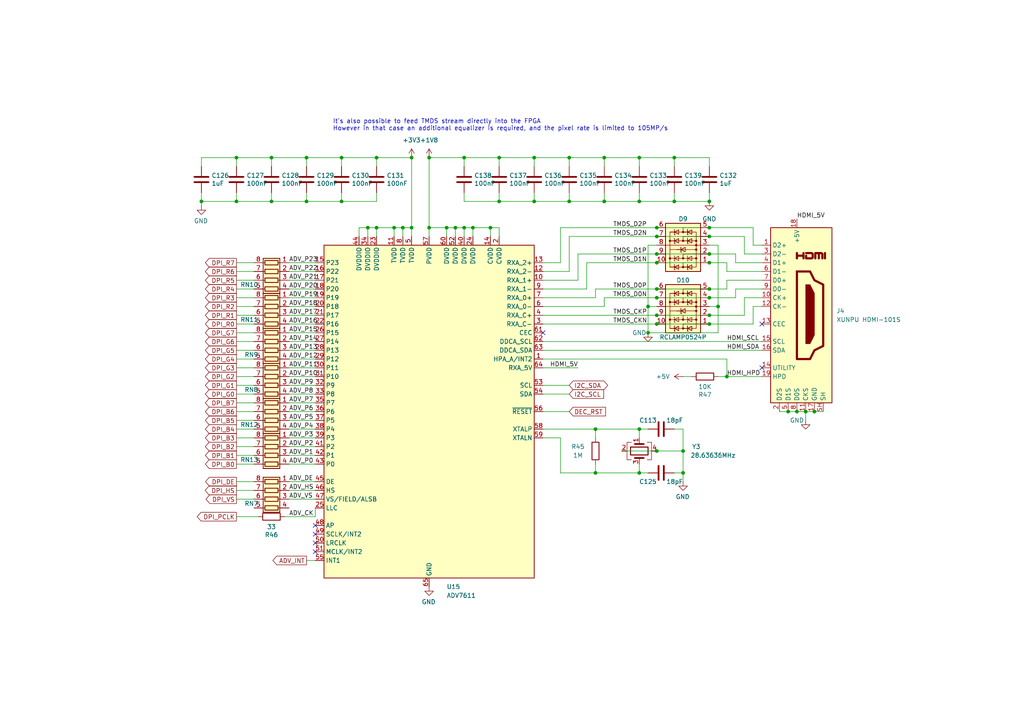
<source format=kicad_sch>
(kicad_sch (version 20231120) (generator "eeschema") (generator_version "8.0")
  (paper "A4")
  (lib_symbols
    (symbol "Connector:HDMI_A"
      (property "Reference" "J" (at -6.35 26.67 0))
      (property "Value" "HDMI_A" (at 10.16 26.67 0))
      (symbol "HDMI_A_0_0"
        (polyline (pts (xy 8.128 16.51) (xy 8.128 18.034)) (stroke (width 0.635)))
        (polyline (pts (xy 0 16.51) (xy 0 18.034) (xy 0 17.272) (xy 1.905 17.272) (xy 1.905 18.034) (xy 1.905 16.51)) (stroke (width 0.635)))
        (polyline (pts (xy 2.667 18.034) (xy 4.318 18.034) (xy 4.572 17.78) (xy 4.572 16.764) (xy 4.318 16.51) (xy 2.667 16.51) (xy 2.667 17.272)) (stroke (width 0.635)))
      )
      (symbol "HDMI_A_0_1"
        (rectangle (start -7.62 25.4) (end 10.16 -25.4) (stroke (width 0.254)) (fill (type background)))
        (polyline (pts (xy 2.54 8.89) (xy 3.81 8.89) (xy 5.08 6.35) (xy 5.08 -5.715) (xy 3.81 -8.255) (xy 2.54 -8.255) (xy 2.54 8.89)) (fill (type outline)))
        (polyline (pts (xy 5.334 16.51) (xy 5.334 18.034) (xy 6.35 18.034) (xy 6.35 16.51) (xy 6.35 18.034) (xy 7.112 18.034) (xy 7.366 17.78) (xy 7.366 16.51)) (stroke (width 0.635)))
        (polyline (pts (xy 0 12.7) (xy 0 -12.7) (xy 3.81 -12.7) (xy 5.08 -10.16) (xy 7.62 -8.89) (xy 7.62 8.89) (xy 5.08 10.16) (xy 3.81 12.7) (xy 0 12.7)) (stroke (width 0.635)))
      )
      (symbol "HDMI_A_1_1"
        (pin passive line (at -10.16 20.32 0) (length 2.54) (name "D2+") (number "1"))
        (pin passive line (at -10.16 5.08 0) (length 2.54) (name "CK+") (number "10"))
        (pin power_in line (at 2.54 -27.94 90) (length 2.54) (name "CKS") (number "11"))
        (pin passive line (at -10.16 2.54 0) (length 2.54) (name "CK-") (number "12"))
        (pin bidirectional line (at -10.16 -2.54 0) (length 2.54) (name "CEC") (number "13"))
        (pin passive line (at -10.16 -15.24 0) (length 2.54) (name "UTILITY") (number "14"))
        (pin passive line (at -10.16 -7.62 0) (length 2.54) (name "SCL") (number "15"))
        (pin bidirectional line (at -10.16 -10.16 0) (length 2.54) (name "SDA") (number "16"))
        (pin power_in line (at 5.08 -27.94 90) (length 2.54) (name "GND") (number "17"))
        (pin power_in line (at 0 27.94 270) (length 2.54) (name "+5V") (number "18"))
        (pin passive line (at -10.16 -17.78 0) (length 2.54) (name "HPD") (number "19"))
        (pin power_in line (at -5.08 -27.94 90) (length 2.54) (name "D2S") (number "2"))
        (pin passive line (at -10.16 17.78 0) (length 2.54) (name "D2-") (number "3"))
        (pin passive line (at -10.16 15.24 0) (length 2.54) (name "D1+") (number "4"))
        (pin power_in line (at -2.54 -27.94 90) (length 2.54) (name "D1S") (number "5"))
        (pin passive line (at -10.16 12.7 0) (length 2.54) (name "D1-") (number "6"))
        (pin passive line (at -10.16 10.16 0) (length 2.54) (name "D0+") (number "7"))
        (pin power_in line (at 0 -27.94 90) (length 2.54) (name "D0S") (number "8"))
        (pin passive line (at -10.16 7.62 0) (length 2.54) (name "D0-") (number "9"))
        (pin passive line (at 7.62 -27.94 90) (length 2.54) (name "SH") (number "SH"))
      )
    )
    (symbol "Device:C" (pin_numbers hide) (pin_names (offset 0.254))
      (property "Reference" "C" (at 0.635 2.54 0))
      (property "Value" "C" (at 0.635 -2.54 0))
      (symbol "C_0_1"
        (polyline (pts (xy -2.032 -0.762) (xy 2.032 -0.762)) (stroke (width 0.508)))
        (polyline (pts (xy -2.032 0.762) (xy 2.032 0.762)) (stroke (width 0.508)))
      )
      (symbol "C_1_1"
        (pin passive line (at 0 3.81 270) (length 2.794) (name "~") (number "1"))
        (pin passive line (at 0 -3.81 90) (length 2.794) (name "~") (number "2"))
      )
    )
    (symbol "Device:Crystal_GND24" (pin_names (offset 1.016) hide)
      (property "Reference" "Y" (at 3.175 5.08 0))
      (property "Value" "Crystal_GND24" (at 3.175 3.175 0))
      (symbol "Crystal_GND24_0_1"
        (rectangle (start -1.143 2.54) (end 1.143 -2.54) (stroke (width 0.3048)))
        (polyline (pts (xy -2.54 0) (xy -2.032 0)))
        (polyline (pts (xy -2.032 -1.27) (xy -2.032 1.27)) (stroke (width 0.508)))
        (polyline (pts (xy 0 -3.81) (xy 0 -3.556)))
        (polyline (pts (xy 0 3.556) (xy 0 3.81)))
        (polyline (pts (xy 2.032 -1.27) (xy 2.032 1.27)) (stroke (width 0.508)))
        (polyline (pts (xy 2.032 0) (xy 2.54 0)))
        (polyline (pts (xy -2.54 -2.286) (xy -2.54 -3.556) (xy 2.54 -3.556) (xy 2.54 -2.286)))
        (polyline (pts (xy -2.54 2.286) (xy -2.54 3.556) (xy 2.54 3.556) (xy 2.54 2.286)))
      )
      (symbol "Crystal_GND24_1_1"
        (pin passive line (at -3.81 0 0) (length 1.27) (name "1") (number "1"))
        (pin passive line (at 0 5.08 270) (length 1.27) (name "2") (number "2"))
        (pin passive line (at 3.81 0 180) (length 1.27) (name "3") (number "3"))
        (pin passive line (at 0 -5.08 90) (length 1.27) (name "4") (number "4"))
      )
    )
    (symbol "Device:R" (pin_numbers hide) (pin_names (offset 0))
      (property "Reference" "R" (at 2.032 0 90))
      (property "Value" "R" (at 0 0 90))
      (symbol "R_0_1"
        (rectangle (start -1.016 -2.54) (end 1.016 2.54) (stroke (width 0.254)))
      )
      (symbol "R_1_1"
        (pin passive line (at 0 3.81 270) (length 1.27) (name "~") (number "1"))
        (pin passive line (at 0 -3.81 90) (length 1.27) (name "~") (number "2"))
      )
    )
    (symbol "Device:R_Pack04" (pin_names (offset 0) hide)
      (property "Reference" "RN" (at -7.62 0 90))
      (property "Value" "R_Pack04" (at 5.08 0 90))
      (symbol "R_Pack04_0_1"
        (rectangle (start -6.35 -2.413) (end 3.81 2.413) (stroke (width 0.254)) (fill (type background)))
        (rectangle (start -5.715 1.905) (end -4.445 -1.905) (stroke (width 0.254)))
        (rectangle (start -3.175 1.905) (end -1.905 -1.905) (stroke (width 0.254)))
        (rectangle (start -0.635 1.905) (end 0.635 -1.905) (stroke (width 0.254)))
        (polyline (pts (xy -5.08 -2.54) (xy -5.08 -1.905)))
        (polyline (pts (xy -5.08 1.905) (xy -5.08 2.54)))
        (polyline (pts (xy -2.54 -2.54) (xy -2.54 -1.905)))
        (polyline (pts (xy -2.54 1.905) (xy -2.54 2.54)))
        (polyline (pts (xy 0 -2.54) (xy 0 -1.905)))
        (polyline (pts (xy 0 1.905) (xy 0 2.54)))
        (polyline (pts (xy 2.54 -2.54) (xy 2.54 -1.905)))
        (polyline (pts (xy 2.54 1.905) (xy 2.54 2.54)))
        (rectangle (start 1.905 1.905) (end 3.175 -1.905) (stroke (width 0.254)))
      )
      (symbol "R_Pack04_1_1"
        (pin passive line (at -5.08 -5.08 90) (length 2.54) (name "R1.1") (number "1"))
        (pin passive line (at -2.54 -5.08 90) (length 2.54) (name "R2.1") (number "2"))
        (pin passive line (at 0 -5.08 90) (length 2.54) (name "R3.1") (number "3"))
        (pin passive line (at 2.54 -5.08 90) (length 2.54) (name "R4.1") (number "4"))
        (pin passive line (at 2.54 5.08 270) (length 2.54) (name "R4.2") (number "5"))
        (pin passive line (at 0 5.08 270) (length 2.54) (name "R3.2") (number "6"))
        (pin passive line (at -2.54 5.08 270) (length 2.54) (name "R2.2") (number "7"))
        (pin passive line (at -5.08 5.08 270) (length 2.54) (name "R1.2") (number "8"))
      )
    )
    (symbol "Interface_HDMI:ADV7611"
      (property "Reference" "U" (at -30.48 49.53 0))
      (property "Value" "ADV7611" (at 30.48 49.53 0))
      (symbol "ADV7611_0_1"
        (rectangle (start -30.48 48.26) (end 30.48 -48.26) (stroke (width 0.254)) (fill (type background)))
      )
      (symbol "ADV7611_1_1"
        (pin bidirectional line (at -33.02 15.24 0) (length 2.54) (name "HPA_A/INT2") (number "1"))
        (pin input line (at -33.02 38.1 0) (length 2.54) (name "RXA_1+") (number "10"))
        (pin power_in line (at 10.16 50.8 270) (length 2.54) (name "TVDD") (number "11"))
        (pin input line (at -33.02 40.64 0) (length 2.54) (name "RXA_2-") (number "12"))
        (pin input line (at -33.02 43.18 0) (length 2.54) (name "RXA_2+") (number "13"))
        (pin power_in line (at -17.78 50.8 270) (length 2.54) (name "CVDD") (number "14"))
        (pin output line (at 33.02 43.18 180) (length 2.54) (name "P23") (number "15"))
        (pin output line (at 33.02 40.64 180) (length 2.54) (name "P22") (number "16"))
        (pin output line (at 33.02 38.1 180) (length 2.54) (name "P21") (number "17"))
        (pin output line (at 33.02 35.56 180) (length 2.54) (name "P20") (number "18"))
        (pin output line (at 33.02 33.02 180) (length 2.54) (name "P19") (number "19"))
        (pin power_in line (at -20.32 50.8 270) (length 2.54) (name "CVDD") (number "2"))
        (pin output line (at 33.02 30.48 180) (length 2.54) (name "P18") (number "20"))
        (pin output line (at 33.02 27.94 180) (length 2.54) (name "P17") (number "21"))
        (pin output line (at 33.02 25.4 180) (length 2.54) (name "P16") (number "22"))
        (pin power_in line (at 15.24 50.8 270) (length 2.54) (name "DVDDIO") (number "23"))
        (pin power_in line (at -12.7 50.8 270) (length 2.54) (name "DVDD") (number "24"))
        (pin output line (at 33.02 -27.94 180) (length 2.54) (name "LLC") (number "25"))
        (pin output line (at 33.02 22.86 180) (length 2.54) (name "P15") (number "26"))
        (pin output line (at 33.02 20.32 180) (length 2.54) (name "P14") (number "27"))
        (pin output line (at 33.02 17.78 180) (length 2.54) (name "P13") (number "28"))
        (pin output line (at 33.02 15.24 180) (length 2.54) (name "P12") (number "29"))
        (pin input line (at -33.02 25.4 0) (length 2.54) (name "RXA_C-") (number "3"))
        (pin output line (at 33.02 12.7 180) (length 2.54) (name "P11") (number "30"))
        (pin output line (at 33.02 10.16 180) (length 2.54) (name "P10") (number "31"))
        (pin output line (at 33.02 7.62 180) (length 2.54) (name "P9") (number "32"))
        (pin output line (at 33.02 5.08 180) (length 2.54) (name "P8") (number "33"))
        (pin power_in line (at 17.78 50.8 270) (length 2.54) (name "DVDDIO") (number "34"))
        (pin output line (at 33.02 2.54 180) (length 2.54) (name "P7") (number "35"))
        (pin output line (at 33.02 0 180) (length 2.54) (name "P6") (number "36"))
        (pin output line (at 33.02 -2.54 180) (length 2.54) (name "P5") (number "37"))
        (pin output line (at 33.02 -5.08 180) (length 2.54) (name "P4") (number "38"))
        (pin output line (at 33.02 -7.62 180) (length 2.54) (name "P3") (number "39"))
        (pin input line (at -33.02 27.94 0) (length 2.54) (name "RXA_C+") (number "4"))
        (pin power_in line (at -10.16 50.8 270) (length 2.54) (name "DVDD") (number "40"))
        (pin output line (at 33.02 -10.16 180) (length 2.54) (name "P2") (number "41"))
        (pin output line (at 33.02 -12.7 180) (length 2.54) (name "P1") (number "42"))
        (pin output line (at 33.02 -15.24 180) (length 2.54) (name "P0") (number "43"))
        (pin power_in line (at 20.32 50.8 270) (length 2.54) (name "DVDDIO") (number "44"))
        (pin output line (at 33.02 -20.32 180) (length 2.54) (name "DE") (number "45"))
        (pin output line (at 33.02 -22.86 180) (length 2.54) (name "HS") (number "46"))
        (pin bidirectional line (at 33.02 -25.4 180) (length 2.54) (name "VS/FIELD/ALSB") (number "47"))
        (pin output line (at 33.02 -33.02 180) (length 2.54) (name "AP") (number "48"))
        (pin output line (at 33.02 -35.56 180) (length 2.54) (name "SCLK/INT2") (number "49"))
        (pin power_in line (at 5.08 50.8 270) (length 2.54) (name "TVDD") (number "5"))
        (pin output line (at 33.02 -38.1 180) (length 2.54) (name "LRCLK") (number "50"))
        (pin output line (at 33.02 -40.64 180) (length 2.54) (name "MCLK/INT2") (number "51"))
        (pin power_in line (at -7.62 50.8 270) (length 2.54) (name "DVDD") (number "52"))
        (pin input line (at -33.02 7.62 0) (length 2.54) (name "SCL") (number "53"))
        (pin bidirectional line (at -33.02 5.08 0) (length 2.54) (name "SDA") (number "54"))
        (pin output line (at 33.02 -43.18 180) (length 2.54) (name "INT1") (number "55"))
        (pin input line (at -33.02 0 0) (length 2.54) (name "~{RESET}") (number "56"))
        (pin power_in line (at 0 50.8 270) (length 2.54) (name "PVDD") (number "57"))
        (pin input line (at -33.02 -5.08 0) (length 2.54) (name "XTALP") (number "58"))
        (pin input line (at -33.02 -7.62 0) (length 2.54) (name "XTALN") (number "59"))
        (pin input line (at -33.02 30.48 0) (length 2.54) (name "RXA_0-") (number "6"))
        (pin power_in line (at -5.08 50.8 270) (length 2.54) (name "DVDD") (number "60"))
        (pin bidirectional line (at -33.02 22.86 0) (length 2.54) (name "CEC") (number "61"))
        (pin input line (at -33.02 20.32 0) (length 2.54) (name "DDCA_SCL") (number "62"))
        (pin bidirectional line (at -33.02 17.78 0) (length 2.54) (name "DDCA_SDA") (number "63"))
        (pin input line (at -33.02 12.7 0) (length 2.54) (name "RXA_5V") (number "64"))
        (pin power_in line (at 0 -50.8 90) (length 2.54) (name "GND") (number "65"))
        (pin input line (at -33.02 33.02 0) (length 2.54) (name "RXA_0+") (number "7"))
        (pin power_in line (at 7.62 50.8 270) (length 2.54) (name "TVDD") (number "8"))
        (pin input line (at -33.02 35.56 0) (length 2.54) (name "RXA_1-") (number "9"))
      )
    )
    (symbol "power:+1V8" (power) (pin_names (offset 0))
      (property "Value" "+1V8" (at 0 3.556 0))
      (symbol "+1V8_0_1"
        (polyline (pts (xy -0.762 1.27) (xy 0 2.54)))
        (polyline (pts (xy 0 0) (xy 0 2.54)))
        (polyline (pts (xy 0 2.54) (xy 0.762 1.27)))
      )
      (symbol "+1V8_1_1"
        (pin power_in line (at 0 0 90) (length 0) hide (name "+1V8") (number "1"))
      )
    )
    (symbol "power:+3V3" (power) (pin_names (offset 0))
      (property "Value" "+3V3" (at 0 3.556 0))
      (symbol "+3V3_0_1"
        (polyline (pts (xy -0.762 1.27) (xy 0 2.54)))
        (polyline (pts (xy 0 0) (xy 0 2.54)))
        (polyline (pts (xy 0 2.54) (xy 0.762 1.27)))
      )
      (symbol "+3V3_1_1"
        (pin power_in line (at 0 0 90) (length 0) hide (name "+3V3") (number "1"))
      )
    )
    (symbol "power:+5V" (power) (pin_names (offset 0))
      (property "Value" "+5V" (at 0 3.556 0))
      (symbol "+5V_0_1"
        (polyline (pts (xy -0.762 1.27) (xy 0 2.54)))
        (polyline (pts (xy 0 0) (xy 0 2.54)))
        (polyline (pts (xy 0 2.54) (xy 0.762 1.27)))
      )
      (symbol "+5V_1_1"
        (pin power_in line (at 0 0 90) (length 0) hide (name "+5V") (number "1"))
      )
    )
    (symbol "power:GND" (power) (pin_names (offset 0))
      (property "Value" "GND" (at 0 -3.81 0))
      (symbol "GND_0_1"
        (polyline (pts (xy 0 0) (xy 0 -1.27) (xy 1.27 -1.27) (xy 0 -2.54) (xy -1.27 -1.27) (xy 0 -1.27)))
      )
      (symbol "GND_1_1"
        (pin power_in line (at 0 0 270) (length 0) hide (name "GND") (number "1"))
      )
    )
    (symbol "symbols:RCLAMP0524P" (pin_names hide)
      (property "Reference" "D" (at 7.62 1.27 0))
      (property "Value" "RCLAMP0524P" (at 7.62 -0.635 0))
      (symbol "RCLAMP0524P_0_0"
        (pin passive line (at 0 -7.62 90) (length 2.54) (name "GND") (number "3"))
      )
      (symbol "RCLAMP0524P_0_1"
        (rectangle (start -7.62 5.08) (end 6.35 -5.08) (stroke (width 0.254)) (fill (type background)))
        (circle (center -6.35 0) (radius 0.254) (fill (type outline)))
        (circle (center -3.81 -3.81) (radius 0.254) (fill (type outline)))
        (circle (center -3.81 0) (radius 0.254) (fill (type outline)))
        (circle (center -3.81 3.81) (radius 0.254) (fill (type outline)))
        (circle (center -1.27 -3.81) (radius 0.254) (fill (type outline)))
        (circle (center 0 -3.81) (radius 0.254) (fill (type outline)))
        (polyline (pts (xy -6.35 0) (xy -6.35 -1.27)))
        (polyline (pts (xy -6.35 2.54) (xy -6.35 -1.27)))
        (polyline (pts (xy -6.35 3.81) (xy -6.35 2.54)))
        (polyline (pts (xy -6.35 3.81) (xy -6.35 2.54)))
        (polyline (pts (xy -3.81 -3.81) (xy -3.81 2.54)))
        (polyline (pts (xy -3.81 3.81) (xy -3.81 2.54)))
        (polyline (pts (xy -3.175 -1.27) (xy -3.048 -1.27)))
        (polyline (pts (xy -3.175 2.54) (xy -3.048 2.54)))
        (polyline (pts (xy -1.27 0.635) (xy -1.27 -3.81)))
        (polyline (pts (xy -1.27 1.905) (xy -1.27 0.635)))
        (polyline (pts (xy -1.27 3.81) (xy -1.27 0.635)))
        (polyline (pts (xy 0 -5.08) (xy 0 -3.81)))
        (polyline (pts (xy 0 5.08) (xy 0 -3.81)))
        (polyline (pts (xy 1.27 -3.81) (xy -1.27 -3.81)))
        (polyline (pts (xy 1.27 0) (xy 1.27 -1.27)))
        (polyline (pts (xy 1.27 2.54) (xy 1.27 -1.27)))
        (polyline (pts (xy 1.27 3.81) (xy 1.27 2.54)))
        (polyline (pts (xy 1.27 3.81) (xy 1.27 2.54)))
        (polyline (pts (xy 3.81 0) (xy 3.81 -1.27)))
        (polyline (pts (xy 3.81 2.54) (xy 3.81 -1.27)))
        (polyline (pts (xy 3.81 3.81) (xy -6.35 3.81)))
        (polyline (pts (xy 3.81 3.81) (xy 3.81 2.54)))
        (polyline (pts (xy 3.81 3.81) (xy 3.81 2.54)))
        (polyline (pts (xy -6.35 -1.27) (xy -6.35 -3.81) (xy -1.27 -3.81)))
        (polyline (pts (xy -5.08 -5.08) (xy -5.08 0) (xy -6.35 0)))
        (polyline (pts (xy -3.175 -1.27) (xy -4.572 -1.27) (xy -4.572 -1.524)))
        (polyline (pts (xy -3.175 2.54) (xy -4.572 2.54) (xy -4.572 2.286)))
        (polyline (pts (xy -2.54 -5.08) (xy -2.54 0) (xy -3.81 0)))
        (polyline (pts (xy 1.27 -1.27) (xy 1.27 -3.81) (xy 3.81 -3.81)))
        (polyline (pts (xy 2.54 -5.08) (xy 2.54 0) (xy 1.27 0)))
        (polyline (pts (xy 3.81 -1.27) (xy 3.81 -3.81) (xy 3.81 -3.81)))
        (polyline (pts (xy 5.08 -5.08) (xy 5.08 0) (xy 3.81 0)))
        (polyline (pts (xy -7.112 -1.524) (xy -7.112 -1.27) (xy -5.715 -1.27) (xy -5.588 -1.27)))
        (polyline (pts (xy -7.112 -1.524) (xy -7.112 -1.27) (xy -5.715 -1.27) (xy -5.588 -1.27)))
        (polyline (pts (xy -7.112 2.286) (xy -7.112 2.54) (xy -5.715 2.54) (xy -5.588 2.54)))
        (polyline (pts (xy -7.112 2.286) (xy -7.112 2.54) (xy -5.715 2.54) (xy -5.588 2.54)))
        (polyline (pts (xy -6.35 -1.27) (xy -5.715 -2.54) (xy -6.985 -2.54) (xy -6.35 -1.27)))
        (polyline (pts (xy -6.35 -1.27) (xy -5.715 -2.54) (xy -6.985 -2.54) (xy -6.35 -1.27)))
        (polyline (pts (xy -6.35 2.54) (xy -5.715 1.27) (xy -6.985 1.27) (xy -6.35 2.54)))
        (polyline (pts (xy -6.35 2.54) (xy -5.715 1.27) (xy -6.985 1.27) (xy -6.35 2.54)))
        (polyline (pts (xy -3.175 -2.54) (xy -4.445 -2.54) (xy -3.81 -1.27) (xy -3.175 -2.54)))
        (polyline (pts (xy -3.175 1.27) (xy -4.445 1.27) (xy -3.81 2.54) (xy -3.175 1.27)))
        (polyline (pts (xy -2.032 0.381) (xy -2.032 0.635) (xy -0.635 0.635) (xy -0.508 0.635)))
        (polyline (pts (xy -2.032 0.381) (xy -2.032 0.635) (xy -0.635 0.635) (xy -0.508 0.635)))
        (polyline (pts (xy -1.27 0.635) (xy -0.635 -0.635) (xy -1.905 -0.635) (xy -1.27 0.635)))
        (polyline (pts (xy -1.27 0.635) (xy -0.635 -0.635) (xy -1.905 -0.635) (xy -1.27 0.635)))
        (polyline (pts (xy 0.508 -1.524) (xy 0.508 -1.27) (xy 1.905 -1.27) (xy 2.032 -1.27)))
        (polyline (pts (xy 0.508 -1.524) (xy 0.508 -1.27) (xy 1.905 -1.27) (xy 2.032 -1.27)))
        (polyline (pts (xy 0.508 2.286) (xy 0.508 2.54) (xy 1.905 2.54) (xy 2.032 2.54)))
        (polyline (pts (xy 0.508 2.286) (xy 0.508 2.54) (xy 1.905 2.54) (xy 2.032 2.54)))
        (polyline (pts (xy 1.27 -1.27) (xy 1.905 -2.54) (xy 0.635 -2.54) (xy 1.27 -1.27)))
        (polyline (pts (xy 1.27 -1.27) (xy 1.905 -2.54) (xy 0.635 -2.54) (xy 1.27 -1.27)))
        (polyline (pts (xy 1.27 2.54) (xy 1.905 1.27) (xy 0.635 1.27) (xy 1.27 2.54)))
        (polyline (pts (xy 1.27 2.54) (xy 1.905 1.27) (xy 0.635 1.27) (xy 1.27 2.54)))
        (polyline (pts (xy 3.048 -1.524) (xy 3.048 -1.27) (xy 4.445 -1.27) (xy 4.572 -1.27)))
        (polyline (pts (xy 3.048 -1.524) (xy 3.048 -1.27) (xy 4.445 -1.27) (xy 4.572 -1.27)))
        (polyline (pts (xy 3.048 2.286) (xy 3.048 2.54) (xy 4.445 2.54) (xy 4.572 2.54)))
        (polyline (pts (xy 3.048 2.286) (xy 3.048 2.54) (xy 4.445 2.54) (xy 4.572 2.54)))
        (polyline (pts (xy 3.81 -1.27) (xy 4.445 -2.54) (xy 3.175 -2.54) (xy 3.81 -1.27)))
        (polyline (pts (xy 3.81 -1.27) (xy 4.445 -2.54) (xy 3.175 -2.54) (xy 3.81 -1.27)))
        (polyline (pts (xy 3.81 2.54) (xy 4.445 1.27) (xy 3.175 1.27) (xy 3.81 2.54)))
        (polyline (pts (xy 3.81 2.54) (xy 4.445 1.27) (xy 3.175 1.27) (xy 3.81 2.54)))
        (circle (center 1.27 -3.81) (radius 0.254) (fill (type outline)))
        (circle (center 1.27 0) (radius 0.254) (fill (type outline)))
        (circle (center 1.27 3.81) (radius 0.254) (fill (type outline)))
        (circle (center 3.81 0) (radius 0.254) (fill (type outline)))
      )
      (symbol "RCLAMP0524P_1_1"
        (pin passive line (at -5.08 -7.62 90) (length 2.54) (name "IO1") (number "1"))
        (pin passive line (at -5.08 7.62 270) (length 2.54) (name "NC4") (number "10"))
        (pin passive line (at -2.54 -7.62 90) (length 2.54) (name "IO2") (number "2"))
        (pin passive line (at 2.54 -7.62 90) (length 2.54) (name "IO3") (number "4"))
        (pin passive line (at 5.08 -7.62 90) (length 2.54) (name "IO4") (number "5"))
        (pin passive line (at 5.08 7.62 270) (length 2.54) (name "NC1") (number "6"))
        (pin passive line (at 2.54 7.62 270) (length 2.54) (name "NC2") (number "7"))
        (pin passive line (at 0 7.62 270) (length 2.54) (name "GND") (number "8"))
        (pin passive line (at -2.54 7.62 270) (length 2.54) (name "NC3") (number "9"))
      )
    )
  )
  (junction (at 210.82 109.22))
  (junction (at 190.5 73.66))
  (junction (at 205.74 73.66))
  (junction (at 119.38 66.04))
  (junction (at 175.26 45.72))
  (junction (at 195.58 58.42))
  (junction (at 172.72 137.16))
  (junction (at 129.54 66.04))
  (junction (at 205.74 91.44))
  (junction (at 190.5 93.98))
  (junction (at 175.26 58.42))
  (junction (at 172.72 124.46))
  (junction (at 165.1 58.42))
  (junction (at 106.68 66.04))
  (junction (at 236.22 119.38))
  (junction (at 205.74 58.42))
  (junction (at 144.78 58.42))
  (junction (at 132.08 66.04))
  (junction (at 198.12 137.16) (diameter 0.9144))
  (junction (at 187.96 96.52))
  (junction (at 190.5 66.04))
  (junction (at 185.42 137.16) (diameter 0.9144))
  (junction (at 190.5 76.2))
  (junction (at 109.22 66.04))
  (junction (at 124.46 45.72))
  (junction (at 208.28 88.9))
  (junction (at 190.5 86.36))
  (junction (at 116.84 66.04))
  (junction (at 190.5 91.44))
  (junction (at 134.62 45.72))
  (junction (at 185.42 124.46) (diameter 0.9144))
  (junction (at 142.24 66.04))
  (junction (at 114.3 66.04))
  (junction (at 99.06 45.72))
  (junction (at 68.58 58.42))
  (junction (at 190.5 68.58))
  (junction (at 187.96 88.9))
  (junction (at 185.42 45.72))
  (junction (at 134.62 66.04))
  (junction (at 88.9 45.72))
  (junction (at 109.22 45.72))
  (junction (at 228.6 119.38))
  (junction (at 88.9 58.42))
  (junction (at 231.14 119.38))
  (junction (at 144.78 45.72))
  (junction (at 78.74 58.42))
  (junction (at 205.74 76.2))
  (junction (at 205.74 83.82))
  (junction (at 165.1 45.72))
  (junction (at 137.16 66.04))
  (junction (at 68.58 45.72))
  (junction (at 195.58 45.72))
  (junction (at 154.94 45.72))
  (junction (at 185.42 58.42))
  (junction (at 58.42 58.42) (diameter 0.9144))
  (junction (at 190.5 83.82))
  (junction (at 205.74 93.98))
  (junction (at 190.5 130.81) (diameter 0.9144))
  (junction (at 205.74 66.04))
  (junction (at 233.68 119.38))
  (junction (at 205.74 68.58))
  (junction (at 78.74 45.72))
  (junction (at 119.38 45.72))
  (junction (at 205.74 86.36))
  (junction (at 124.46 66.04))
  (junction (at 99.06 58.42))
  (junction (at 198.12 130.81) (diameter 0.9144))
  (junction (at 154.94 58.42))
  (no_connect (at 91.44 160.02))
  (no_connect (at 91.44 152.4))
  (no_connect (at 220.98 106.68))
  (no_connect (at 157.48 96.52))
  (no_connect (at 91.44 157.48))
  (no_connect (at 220.98 93.98))
  (no_connect (at 91.44 154.94))
  (wire (pts (xy 198.12 130.81) (xy 190.5 130.81)))
  (wire (pts (xy 83.82 99.06) (xy 91.44 99.06)))
  (wire (pts (xy 132.08 66.04) (xy 129.54 66.04)))
  (wire (pts (xy 114.3 66.04) (xy 116.84 66.04)))
  (wire (pts (xy 220.98 71.12) (xy 218.44 71.12)))
  (wire (pts (xy 190.5 93.98) (xy 205.74 93.98)))
  (wire (pts (xy 68.58 119.38) (xy 73.66 119.38)))
  (wire (pts (xy 68.58 134.62) (xy 73.66 134.62)))
  (wire (pts (xy 205.74 83.82) (xy 210.82 83.82)))
  (wire (pts (xy 175.26 45.72) (xy 185.42 45.72)))
  (wire (pts (xy 172.72 137.16) (xy 185.42 137.16)))
  (wire (pts (xy 185.42 127) (xy 185.42 124.46)))
  (wire (pts (xy 210.82 104.14) (xy 210.82 109.22)))
  (wire (pts (xy 68.58 129.54) (xy 73.66 129.54)))
  (wire (pts (xy 68.58 96.52) (xy 73.66 96.52)))
  (wire (pts (xy 231.14 119.38) (xy 233.68 119.38)))
  (wire (pts (xy 144.78 55.88) (xy 144.78 58.42)))
  (wire (pts (xy 58.42 58.42) (xy 68.58 58.42)))
  (wire (pts (xy 195.58 58.42) (xy 205.74 58.42)))
  (wire (pts (xy 68.58 81.28) (xy 73.66 81.28)))
  (wire (pts (xy 208.28 71.12) (xy 208.28 88.9)))
  (wire (pts (xy 129.54 66.04) (xy 124.46 66.04)))
  (wire (pts (xy 58.42 45.72) (xy 58.42 48.26)))
  (wire (pts (xy 68.58 93.98) (xy 73.66 93.98)))
  (wire (pts (xy 165.1 45.72) (xy 175.26 45.72)))
  (wire (pts (xy 210.82 109.22) (xy 220.98 109.22)))
  (wire (pts (xy 175.26 55.88) (xy 175.26 58.42)))
  (wire (pts (xy 109.22 45.72) (xy 119.38 45.72)))
  (wire (pts (xy 106.68 66.04) (xy 106.68 68.58)))
  (wire (pts (xy 157.48 76.2) (xy 162.56 76.2)))
  (wire (pts (xy 78.74 58.42) (xy 88.9 58.42)))
  (wire (pts (xy 187.96 124.46) (xy 185.42 124.46)))
  (wire (pts (xy 175.26 58.42) (xy 185.42 58.42)))
  (wire (pts (xy 83.82 88.9) (xy 91.44 88.9)))
  (wire (pts (xy 180.34 130.81) (xy 190.5 130.81)))
  (wire (pts (xy 134.62 66.04) (xy 132.08 66.04)))
  (wire (pts (xy 172.72 134.62) (xy 172.72 137.16)))
  (wire (pts (xy 220.98 83.82) (xy 213.36 83.82)))
  (wire (pts (xy 165.1 68.58) (xy 190.5 68.58)))
  (wire (pts (xy 83.82 93.98) (xy 91.44 93.98)))
  (wire (pts (xy 190.5 91.44) (xy 205.74 91.44)))
  (wire (pts (xy 172.72 124.46) (xy 157.48 124.46)))
  (wire (pts (xy 68.58 149.86) (xy 74.93 149.86)))
  (wire (pts (xy 205.74 71.12) (xy 208.28 71.12)))
  (wire (pts (xy 185.42 45.72) (xy 185.42 48.26)))
  (wire (pts (xy 190.5 83.82) (xy 205.74 83.82)))
  (wire (pts (xy 83.82 101.6) (xy 91.44 101.6)))
  (wire (pts (xy 68.58 121.92) (xy 73.66 121.92)))
  (wire (pts (xy 99.06 48.26) (xy 99.06 45.72)))
  (wire (pts (xy 175.26 88.9) (xy 175.26 86.36)))
  (wire (pts (xy 68.58 45.72) (xy 78.74 45.72)))
  (wire (pts (xy 210.82 78.74) (xy 210.82 76.2)))
  (wire (pts (xy 233.68 119.38) (xy 236.22 119.38)))
  (wire (pts (xy 83.82 76.2) (xy 91.44 76.2)))
  (wire (pts (xy 68.58 132.08) (xy 73.66 132.08)))
  (wire (pts (xy 187.96 96.52) (xy 208.28 96.52)))
  (wire (pts (xy 91.44 149.86) (xy 91.44 147.32)))
  (wire (pts (xy 68.58 76.2) (xy 73.66 76.2)))
  (wire (pts (xy 195.58 124.46) (xy 198.12 124.46)))
  (wire (pts (xy 58.42 45.72) (xy 68.58 45.72)))
  (wire (pts (xy 226.06 119.38) (xy 228.6 119.38)))
  (wire (pts (xy 124.46 45.72) (xy 124.46 66.04)))
  (wire (pts (xy 99.06 45.72) (xy 109.22 45.72)))
  (wire (pts (xy 187.96 88.9) (xy 187.96 96.52)))
  (wire (pts (xy 190.5 71.12) (xy 187.96 71.12)))
  (wire (pts (xy 83.82 116.84) (xy 91.44 116.84)))
  (wire (pts (xy 83.82 91.44) (xy 91.44 91.44)))
  (wire (pts (xy 185.42 45.72) (xy 195.58 45.72)))
  (wire (pts (xy 83.82 134.62) (xy 91.44 134.62)))
  (wire (pts (xy 157.48 93.98) (xy 190.5 93.98)))
  (wire (pts (xy 68.58 139.7) (xy 73.66 139.7)))
  (wire (pts (xy 116.84 66.04) (xy 116.84 68.58)))
  (wire (pts (xy 198.12 124.46) (xy 198.12 130.81)))
  (wire (pts (xy 187.96 88.9) (xy 190.5 88.9)))
  (wire (pts (xy 154.94 45.72) (xy 165.1 45.72)))
  (wire (pts (xy 68.58 83.82) (xy 73.66 83.82)))
  (wire (pts (xy 68.58 111.76) (xy 73.66 111.76)))
  (wire (pts (xy 68.58 142.24) (xy 73.66 142.24)))
  (wire (pts (xy 109.22 66.04) (xy 114.3 66.04)))
  (wire (pts (xy 68.58 104.14) (xy 73.66 104.14)))
  (wire (pts (xy 142.24 66.04) (xy 142.24 68.58)))
  (wire (pts (xy 134.62 45.72) (xy 134.62 48.26)))
  (wire (pts (xy 88.9 45.72) (xy 88.9 48.26)))
  (wire (pts (xy 190.5 86.36) (xy 205.74 86.36)))
  (wire (pts (xy 190.5 68.58) (xy 205.74 68.58)))
  (wire (pts (xy 68.58 58.42) (xy 78.74 58.42)))
  (wire (pts (xy 175.26 86.36) (xy 190.5 86.36)))
  (wire (pts (xy 208.28 96.52) (xy 208.28 88.9)))
  (wire (pts (xy 132.08 66.04) (xy 132.08 68.58)))
  (wire (pts (xy 165.1 111.76) (xy 157.48 111.76)))
  (wire (pts (xy 172.72 124.46) (xy 172.72 127)))
  (wire (pts (xy 137.16 66.04) (xy 137.16 68.58)))
  (wire (pts (xy 68.58 109.22) (xy 73.66 109.22)))
  (wire (pts (xy 109.22 66.04) (xy 109.22 68.58)))
  (wire (pts (xy 88.9 162.56) (xy 91.44 162.56)))
  (wire (pts (xy 142.24 66.04) (xy 137.16 66.04)))
  (wire (pts (xy 83.82 139.7) (xy 91.44 139.7)))
  (wire (pts (xy 170.18 83.82) (xy 170.18 76.2)))
  (wire (pts (xy 205.74 68.58) (xy 215.9 68.58)))
  (wire (pts (xy 124.46 66.04) (xy 124.46 68.58)))
  (wire (pts (xy 195.58 55.88) (xy 195.58 58.42)))
  (wire (pts (xy 83.82 127) (xy 91.44 127)))
  (wire (pts (xy 154.94 58.42) (xy 165.1 58.42)))
  (wire (pts (xy 165.1 55.88) (xy 165.1 58.42)))
  (wire (pts (xy 213.36 76.2) (xy 213.36 73.66)))
  (wire (pts (xy 218.44 93.98) (xy 205.74 93.98)))
  (wire (pts (xy 157.48 81.28) (xy 167.64 81.28)))
  (wire (pts (xy 116.84 66.04) (xy 119.38 66.04)))
  (wire (pts (xy 215.9 68.58) (xy 215.9 73.66)))
  (wire (pts (xy 88.9 45.72) (xy 99.06 45.72)))
  (wire (pts (xy 78.74 45.72) (xy 88.9 45.72)))
  (wire (pts (xy 83.82 111.76) (xy 91.44 111.76)))
  (wire (pts (xy 162.56 127) (xy 162.56 137.16)))
  (wire (pts (xy 208.28 109.22) (xy 210.82 109.22)))
  (wire (pts (xy 198.12 130.81) (xy 198.12 137.16)))
  (wire (pts (xy 109.22 55.88) (xy 109.22 58.42)))
  (wire (pts (xy 213.36 86.36) (xy 205.74 86.36)))
  (wire (pts (xy 172.72 86.36) (xy 172.72 83.82)))
  (wire (pts (xy 228.6 119.38) (xy 231.14 119.38)))
  (wire (pts (xy 68.58 88.9) (xy 73.66 88.9)))
  (wire (pts (xy 83.82 114.3) (xy 91.44 114.3)))
  (wire (pts (xy 114.3 66.04) (xy 114.3 68.58)))
  (wire (pts (xy 68.58 101.6) (xy 73.66 101.6)))
  (wire (pts (xy 162.56 76.2) (xy 162.56 66.04)))
  (wire (pts (xy 220.98 78.74) (xy 210.82 78.74)))
  (wire (pts (xy 83.82 129.54) (xy 91.44 129.54)))
  (wire (pts (xy 187.96 71.12) (xy 187.96 88.9)))
  (wire (pts (xy 185.42 124.46) (xy 172.72 124.46)))
  (wire (pts (xy 124.46 45.72) (xy 134.62 45.72)))
  (wire (pts (xy 104.14 66.04) (xy 106.68 66.04)))
  (wire (pts (xy 157.48 106.68) (xy 167.64 106.68)))
  (wire (pts (xy 83.82 132.08) (xy 91.44 132.08)))
  (wire (pts (xy 137.16 66.04) (xy 134.62 66.04)))
  (wire (pts (xy 236.22 119.38) (xy 238.76 119.38)))
  (wire (pts (xy 208.28 88.9) (xy 205.74 88.9)))
  (wire (pts (xy 185.42 55.88) (xy 185.42 58.42)))
  (wire (pts (xy 83.82 142.24) (xy 91.44 142.24)))
  (wire (pts (xy 215.9 86.36) (xy 215.9 91.44)))
  (wire (pts (xy 167.64 81.28) (xy 167.64 73.66)))
  (wire (pts (xy 233.68 119.38) (xy 233.68 121.92)))
  (wire (pts (xy 68.58 99.06) (xy 73.66 99.06)))
  (wire (pts (xy 165.1 45.72) (xy 165.1 48.26)))
  (wire (pts (xy 157.48 78.74) (xy 165.1 78.74)))
  (wire (pts (xy 83.82 81.28) (xy 91.44 81.28)))
  (wire (pts (xy 157.48 86.36) (xy 172.72 86.36)))
  (wire (pts (xy 218.44 71.12) (xy 218.44 66.04)))
  (wire (pts (xy 83.82 121.92) (xy 91.44 121.92)))
  (wire (pts (xy 134.62 66.04) (xy 134.62 68.58)))
  (wire (pts (xy 83.82 144.78) (xy 91.44 144.78)))
  (wire (pts (xy 68.58 45.72) (xy 68.58 48.26)))
  (wire (pts (xy 157.48 88.9) (xy 175.26 88.9)))
  (wire (pts (xy 134.62 45.72) (xy 144.78 45.72)))
  (wire (pts (xy 109.22 45.72) (xy 109.22 48.26)))
  (wire (pts (xy 165.1 58.42) (xy 175.26 58.42)))
  (wire (pts (xy 220.98 81.28) (xy 210.82 81.28)))
  (wire (pts (xy 144.78 68.58) (xy 144.78 66.04)))
  (wire (pts (xy 198.12 137.16) (xy 198.12 139.7)))
  (wire (pts (xy 144.78 66.04) (xy 142.24 66.04)))
  (wire (pts (xy 205.74 48.26) (xy 205.74 45.72)))
  (wire (pts (xy 68.58 106.68) (xy 73.66 106.68)))
  (wire (pts (xy 83.82 86.36) (xy 91.44 86.36)))
  (wire (pts (xy 220.98 88.9) (xy 218.44 88.9)))
  (wire (pts (xy 106.68 66.04) (xy 109.22 66.04)))
  (wire (pts (xy 162.56 137.16) (xy 172.72 137.16)))
  (wire (pts (xy 185.42 58.42) (xy 195.58 58.42)))
  (wire (pts (xy 185.42 137.16) (xy 187.96 137.16)))
  (wire (pts (xy 162.56 66.04) (xy 190.5 66.04)))
  (wire (pts (xy 83.82 78.74) (xy 91.44 78.74)))
  (wire (pts (xy 157.48 101.6) (xy 220.98 101.6)))
  (wire (pts (xy 154.94 45.72) (xy 144.78 45.72)))
  (wire (pts (xy 157.48 119.38) (xy 165.1 119.38)))
  (wire (pts (xy 134.62 55.88) (xy 134.62 58.42)))
  (wire (pts (xy 83.82 106.68) (xy 91.44 106.68)))
  (wire (pts (xy 68.58 86.36) (xy 73.66 86.36)))
  (wire (pts (xy 220.98 86.36) (xy 215.9 86.36)))
  (wire (pts (xy 220.98 76.2) (xy 213.36 76.2)))
  (wire (pts (xy 144.78 45.72) (xy 144.78 48.26)))
  (wire (pts (xy 68.58 55.88) (xy 68.58 58.42)))
  (wire (pts (xy 205.74 55.88) (xy 205.74 58.42)))
  (wire (pts (xy 83.82 83.82) (xy 91.44 83.82)))
  (wire (pts (xy 88.9 58.42) (xy 99.06 58.42)))
  (wire (pts (xy 68.58 116.84) (xy 73.66 116.84)))
  (wire (pts (xy 68.58 78.74) (xy 73.66 78.74)))
  (wire (pts (xy 82.55 149.86) (xy 91.44 149.86)))
  (wire (pts (xy 134.62 58.42) (xy 144.78 58.42)))
  (wire (pts (xy 119.38 68.58) (xy 119.38 66.04)))
  (wire (pts (xy 215.9 91.44) (xy 205.74 91.44)))
  (wire (pts (xy 104.14 68.58) (xy 104.14 66.04)))
  (wire (pts (xy 154.94 48.26) (xy 154.94 45.72)))
  (wire (pts (xy 210.82 76.2) (xy 205.74 76.2)))
  (wire (pts (xy 58.42 55.88) (xy 58.42 58.42)))
  (wire (pts (xy 157.48 83.82) (xy 170.18 83.82)))
  (wire (pts (xy 213.36 83.82) (xy 213.36 86.36)))
  (wire (pts (xy 210.82 81.28) (xy 210.82 83.82)))
  (wire (pts (xy 68.58 124.46) (xy 73.66 124.46)))
  (wire (pts (xy 165.1 78.74) (xy 165.1 68.58)))
  (wire (pts (xy 170.18 76.2) (xy 190.5 76.2)))
  (wire (pts (xy 154.94 55.88) (xy 154.94 58.42)))
  (wire (pts (xy 157.48 99.06) (xy 220.98 99.06)))
  (wire (pts (xy 218.44 66.04) (xy 205.74 66.04)))
  (wire (pts (xy 195.58 45.72) (xy 195.58 48.26)))
  (wire (pts (xy 167.64 73.66) (xy 190.5 73.66)))
  (wire (pts (xy 99.06 58.42) (xy 109.22 58.42)))
  (wire (pts (xy 78.74 55.88) (xy 78.74 58.42)))
  (wire (pts (xy 154.94 58.42) (xy 144.78 58.42)))
  (wire (pts (xy 198.12 137.16) (xy 195.58 137.16)))
  (wire (pts (xy 198.12 109.22) (xy 200.66 109.22)))
  (wire (pts (xy 83.82 104.14) (xy 91.44 104.14)))
  (wire (pts (xy 205.74 45.72) (xy 195.58 45.72)))
  (wire (pts (xy 88.9 55.88) (xy 88.9 58.42)))
  (wire (pts (xy 68.58 144.78) (xy 73.66 144.78)))
  (wire (pts (xy 68.58 91.44) (xy 73.66 91.44)))
  (wire (pts (xy 99.06 55.88) (xy 99.06 58.42)))
  (wire (pts (xy 83.82 119.38) (xy 91.44 119.38)))
  (wire (pts (xy 68.58 127) (xy 73.66 127)))
  (wire (pts (xy 190.5 76.2) (xy 205.74 76.2)))
  (wire (pts (xy 165.1 114.3) (xy 157.48 114.3)))
  (wire (pts (xy 83.82 96.52) (xy 91.44 96.52)))
  (wire (pts (xy 68.58 114.3) (xy 73.66 114.3)))
  (wire (pts (xy 129.54 66.04) (xy 129.54 68.58)))
  (wire (pts (xy 157.48 127) (xy 162.56 127)))
  (wire (pts (xy 83.82 109.22) (xy 91.44 109.22)))
  (wire (pts (xy 157.48 91.44) (xy 190.5 91.44)))
  (wire (pts (xy 58.42 58.42) (xy 58.42 59.69)))
  (wire (pts (xy 190.5 66.04) (xy 205.74 66.04)))
  (wire (pts (xy 213.36 73.66) (xy 205.74 73.66)))
  (wire (pts (xy 78.74 45.72) (xy 78.74 48.26)))
  (wire (pts (xy 172.72 83.82) (xy 190.5 83.82)))
  (wire (pts (xy 215.9 73.66) (xy 220.98 73.66)))
  (wire (pts (xy 218.44 88.9) (xy 218.44 93.98)))
  (wire (pts (xy 157.48 104.14) (xy 210.82 104.14)))
  (wire (pts (xy 83.82 124.46) (xy 91.44 124.46)))
  (wire (pts (xy 175.26 45.72) (xy 175.26 48.26)))
  (wire (pts (xy 185.42 134.62) (xy 185.42 137.16)))
  (wire (pts (xy 119.38 45.72) (xy 119.38 66.04)))
  (wire (pts (xy 190.5 73.66) (xy 205.74 73.66)))
  (text "It's also possible to feed TMDS stream directly into the FPGA\nHowever in that case an additional equalizer is required, and the pixel rate is limited to 105MP/s" (at 96.52 38.1 0) (effects (font (size 1.27 1.27)) (justify left bottom)))
  (label "HDMI_5V" (at 231.14 63.5 0))
  (label "TMDS_D2P" (at 177.8 66.04 0))
  (label "ADV_P9" (at 83.82 111.76 0))
  (label "ADV_HS" (at 83.82 142.24 0))
  (label "ADV_P3" (at 83.82 127 0))
  (label "ADV_P0" (at 83.82 134.62 0))
  (label "TMDS_CKN" (at 177.8 93.98 0))
  (label "ADV_P22" (at 83.82 78.74 0))
  (label "ADV_P11" (at 83.82 106.68 0))
  (label "TMDS_D1N" (at 177.8 76.2 0))
  (label "TMDS_D0P" (at 177.8 83.82 0))
  (label "ADV_P14" (at 83.82 99.06 0))
  (label "ADV_P4" (at 83.82 124.46 0))
  (label "ADV_P10" (at 83.82 109.22 0))
  (label "HDMI_5V" (at 167.64 106.68 180))
  (label "ADV_P19" (at 83.82 86.36 0))
  (label "ADV_P23" (at 83.82 76.2 0))
  (label "ADV_P12" (at 83.82 104.14 0))
  (label "ADV_VS" (at 83.82 144.78 0))
  (label "ADV_P1" (at 83.82 132.08 0))
  (label "ADV_P5" (at 83.82 121.92 0))
  (label "TMDS_D0N" (at 177.8 86.36 0))
  (label "HDMI_HPD" (at 210.82 109.22 0))
  (label "ADV_P8" (at 83.82 114.3 0))
  (label "ADV_CK" (at 83.82 149.86 0))
  (label "ADV_P16" (at 83.82 93.98 0))
  (label "ADV_P13" (at 83.82 101.6 0))
  (label "ADV_P21" (at 83.82 81.28 0))
  (label "TMDS_CKP" (at 177.8 91.44 0))
  (label "ADV_P2" (at 83.82 129.54 0))
  (label "ADV_P17" (at 83.82 91.44 0))
  (label "HDMI_SCL" (at 210.82 99.06 0))
  (label "ADV_P7" (at 83.82 116.84 0))
  (label "ADV_DE" (at 83.82 139.7 0))
  (label "ADV_P20" (at 83.82 83.82 0))
  (label "ADV_P6" (at 83.82 119.38 0))
  (label "ADV_P18" (at 83.82 88.9 0))
  (label "TMDS_D1P" (at 177.8 73.66 0))
  (label "ADV_P15" (at 83.82 96.52 0))
  (label "TMDS_D2N" (at 177.8 68.58 0))
  (label "HDMI_SDA" (at 210.82 101.6 0))
  (global_label "DPI_DE" (shape output) (at 68.58 139.7 180) (property "Intersheetrefs" "${INTERSHEET_REFS}" (effects (hide yes))))
  (global_label "DPI_B1" (shape output) (at 68.58 132.08 180) (property "Intersheetrefs" "${INTERSHEET_REFS}" (effects (hide yes))))
  (global_label "DPI_G0" (shape output) (at 68.58 114.3 180) (property "Intersheetrefs" "${INTERSHEET_REFS}" (effects (hide yes))))
  (global_label "DPI_R0" (shape output) (at 68.58 93.98 180) (property "Intersheetrefs" "${INTERSHEET_REFS}" (effects (hide yes))))
  (global_label "DPI_G5" (shape output) (at 68.58 101.6 180) (property "Intersheetrefs" "${INTERSHEET_REFS}" (effects (hide yes))))
  (global_label "DPI_B4" (shape output) (at 68.58 124.46 180) (property "Intersheetrefs" "${INTERSHEET_REFS}" (effects (hide yes))))
  (global_label "DPI_R3" (shape output) (at 68.58 86.36 180) (property "Intersheetrefs" "${INTERSHEET_REFS}" (effects (hide yes))))
  (global_label "DPI_G3" (shape output) (at 68.58 106.68 180) (property "Intersheetrefs" "${INTERSHEET_REFS}" (effects (hide yes))))
  (global_label "DPI_B2" (shape output) (at 68.58 129.54 180) (property "Intersheetrefs" "${INTERSHEET_REFS}" (effects (hide yes))))
  (global_label "DPI_B0" (shape output) (at 68.58 134.62 180) (property "Intersheetrefs" "${INTERSHEET_REFS}" (effects (hide yes))))
  (global_label "I2C_SCL" (shape input) (at 165.1 114.3 0) (property "Intersheetrefs" "${INTERSHEET_REFS}" (effects (hide yes))))
  (global_label "DPI_R6" (shape output) (at 68.58 78.74 180) (property "Intersheetrefs" "${INTERSHEET_REFS}" (effects (hide yes))))
  (global_label "DPI_G7" (shape output) (at 68.58 96.52 180) (property "Intersheetrefs" "${INTERSHEET_REFS}" (effects (hide yes))))
  (global_label "DPI_PCLK" (shape output) (at 68.58 149.86 180) (property "Intersheetrefs" "${INTERSHEET_REFS}" (effects (hide yes))))
  (global_label "I2C_SDA" (shape bidirectional) (at 165.1 111.76 0) (property "Intersheetrefs" "${INTERSHEET_REFS}" (effects (hide yes))))
  (global_label "DPI_G2" (shape output) (at 68.58 109.22 180) (property "Intersheetrefs" "${INTERSHEET_REFS}" (effects (hide yes))))
  (global_label "ADV_INT" (shape output) (at 88.9 162.56 180) (property "Intersheetrefs" "${INTERSHEET_REFS}" (effects (hide yes))))
  (global_label "DPI_R1" (shape output) (at 68.58 91.44 180) (property "Intersheetrefs" "${INTERSHEET_REFS}" (effects (hide yes))))
  (global_label "DPI_G4" (shape output) (at 68.58 104.14 180) (property "Intersheetrefs" "${INTERSHEET_REFS}" (effects (hide yes))))
  (global_label "DPI_B5" (shape output) (at 68.58 121.92 180) (property "Intersheetrefs" "${INTERSHEET_REFS}" (effects (hide yes))))
  (global_label "DPI_R5" (shape output) (at 68.58 81.28 180) (property "Intersheetrefs" "${INTERSHEET_REFS}" (effects (hide yes))))
  (global_label "DPI_R2" (shape output) (at 68.58 88.9 180) (property "Intersheetrefs" "${INTERSHEET_REFS}" (effects (hide yes))))
  (global_label "DPI_VS" (shape output) (at 68.58 144.78 180) (property "Intersheetrefs" "${INTERSHEET_REFS}" (effects (hide yes))))
  (global_label "DPI_G6" (shape output) (at 68.58 99.06 180) (property "Intersheetrefs" "${INTERSHEET_REFS}" (effects (hide yes))))
  (global_label "DPI_G1" (shape output) (at 68.58 111.76 180) (property "Intersheetrefs" "${INTERSHEET_REFS}" (effects (hide yes))))
  (global_label "DPI_R4" (shape output) (at 68.58 83.82 180) (property "Intersheetrefs" "${INTERSHEET_REFS}" (effects (hide yes))))
  (global_label "DPI_HS" (shape output) (at 68.58 142.24 180) (property "Intersheetrefs" "${INTERSHEET_REFS}" (effects (hide yes))))
  (global_label "DEC_RST" (shape input) (at 165.1 119.38 0) (property "Intersheetrefs" "${INTERSHEET_REFS}" (effects (hide yes))))
  (global_label "DPI_B7" (shape output) (at 68.58 116.84 180) (property "Intersheetrefs" "${INTERSHEET_REFS}" (effects (hide yes))))
  (global_label "DPI_B3" (shape output) (at 68.58 127 180) (property "Intersheetrefs" "${INTERSHEET_REFS}" (effects (hide yes))))
  (global_label "DPI_B6" (shape output) (at 68.58 119.38 180) (property "Intersheetrefs" "${INTERSHEET_REFS}" (effects (hide yes))))
  (global_label "DPI_R7" (shape output) (at 68.58 76.2 180) (property "Intersheetrefs" "${INTERSHEET_REFS}" (effects (hide yes))))
  (symbol (lib_id "Device:R_Pack04") (at 78.74 101.6 90) (mirror x) (unit 1)
    (property "Reference" "RN9" (at 74.93 102.87 90) (effects (justify left)))
    (property "Value" "33R / 4D02WGF330JTCE" (effects (hide yes)))
    (property "Footprint" "Resistor_SMD:R_Array_Convex_4x0402" (effects (hide yes)))
  )
  (symbol (lib_id "Connector:HDMI_A") (at 231.14 91.44 0) (unit 1)
    (property "Reference" "J4" (at 242.57 90.17 0) (effects (justify left)))
    (property "Value" "XUNPU HDMI-101S" (at 242.57 92.71 0) (effects (justify left)))
    (property "Footprint" "footprints:HDMI_Micro-D_Molex_46765-1x01_MOD" (effects (hide yes)))
    (property "Datasheet" "https://en.wikipedia.org/wiki/HDMI" (effects (hide yes)))
  )
  (symbol (lib_id "Device:C") (at 78.74 52.07 0) (unit 1)
    (property "Reference" "C128" (at 81.661 50.9016 0) (effects (justify left)))
    (property "Value" "100nF" (at 81.661 53.213 0) (effects (justify left)))
    (property "Footprint" "Capacitor_SMD:C_0402_1005Metric" (effects (hide yes)))
  )
  (symbol (lib_id "Device:Crystal_GND24") (at 185.42 130.81 90) (mirror x) (unit 1)
    (property "Reference" "Y3" (at 203.2 129.54 90) (effects (justify left)))
    (property "Value" "28.63636MHz" (at 213.36 132.08 90) (effects (justify left)))
    (property "Footprint" "Oscillator:Oscillator_SMD_Abracon_ASE-4Pin_3.2x2.5mm" (effects (hide yes)))
  )
  (symbol (lib_id "Device:C") (at 191.77 124.46 90) (mirror x) (unit 1)
    (property "Reference" "C113" (at 190.5 121.92 90) (effects (justify left)))
    (property "Value" "18pF" (at 198.12 121.92 90) (effects (justify left)))
    (property "Footprint" "Capacitor_SMD:C_0402_1005Metric" (effects (hide yes)))
  )
  (symbol (lib_id "Device:C") (at 195.58 52.07 0) (unit 1)
    (property "Reference" "C139" (at 198.501 50.9016 0) (effects (justify left)))
    (property "Value" "100nF" (at 198.501 53.213 0) (effects (justify left)))
    (property "Footprint" "Capacitor_SMD:C_0402_1005Metric" (effects (hide yes)))
  )
  (symbol (lib_id "Device:C") (at 191.77 137.16 90) (mirror x) (unit 1)
    (property "Reference" "C125" (at 190.5 139.7 90) (effects (justify left)))
    (property "Value" "18pF" (at 198.12 139.7 90) (effects (justify left)))
    (property "Footprint" "Capacitor_SMD:C_0402_1005Metric" (effects (hide yes)))
  )
  (symbol (lib_id "Device:R_Pack04") (at 78.74 91.44 90) (mirror x) (unit 1)
    (property "Reference" "RN11" (at 74.93 92.71 90) (effects (justify left)))
    (property "Value" "33R / 4D02WGF330JTCE" (effects (hide yes)))
    (property "Footprint" "Resistor_SMD:R_Array_Convex_4x0402" (effects (hide yes)))
  )
  (symbol (lib_id "power:GND") (at 198.12 139.7 0) (mirror y) (unit 1)
    (property "Reference" "#PWR0124" (effects (hide yes)))
    (property "Value" "GND" (at 197.993 144.0942 0))
  )
  (symbol (lib_id "Device:C") (at 88.9 52.07 0) (unit 1)
    (property "Reference" "C129" (at 91.821 50.9016 0) (effects (justify left)))
    (property "Value" "100nF" (at 91.821 53.213 0) (effects (justify left)))
    (property "Footprint" "Capacitor_SMD:C_0402_1005Metric" (effects (hide yes)))
  )
  (symbol (lib_id "power:+1V8") (at 124.46 45.72 0) (unit 1)
    (property "Reference" "#PWR0128" (effects (hide yes)))
    (property "Value" "+1V8" (at 124.46 40.64 0))
  )
  (symbol (lib_id "power:+3V3") (at 119.38 45.72 0) (unit 1)
    (property "Reference" "#PWR0127" (effects (hide yes)))
    (property "Value" "+3V3" (at 119.38 40.64 0))
  )
  (symbol (lib_id "Device:R_Pack04") (at 78.74 121.92 90) (mirror x) (unit 1)
    (property "Reference" "RN12" (at 74.93 123.19 90) (effects (justify left)))
    (property "Value" "33R / 4D02WGF330JTCE" (effects (hide yes)))
    (property "Footprint" "Resistor_SMD:R_Array_Convex_4x0402" (effects (hide yes)))
  )
  (symbol (lib_id "Device:C") (at 109.22 52.07 0) (unit 1)
    (property "Reference" "C131" (at 112.141 50.9016 0) (effects (justify left)))
    (property "Value" "100nF" (at 112.141 53.213 0) (effects (justify left)))
    (property "Footprint" "Capacitor_SMD:C_0402_1005Metric" (effects (hide yes)))
  )
  (symbol (lib_id "Device:C") (at 144.78 52.07 0) (unit 1)
    (property "Reference" "C137" (at 147.701 50.9016 0) (effects (justify left)))
    (property "Value" "100nF" (at 147.701 53.213 0) (effects (justify left)))
    (property "Footprint" "Capacitor_SMD:C_0402_1005Metric" (effects (hide yes)))
  )
  (symbol (lib_id "Device:C") (at 134.62 52.07 0) (unit 1)
    (property "Reference" "C138" (at 137.541 50.9016 0) (effects (justify left)))
    (property "Value" "100nF" (at 137.541 53.213 0) (effects (justify left)))
    (property "Footprint" "Capacitor_SMD:C_0402_1005Metric" (effects (hide yes)))
  )
  (symbol (lib_id "Device:R") (at 204.47 109.22 90) (unit 1)
    (property "Reference" "R47" (at 204.47 114.4778 90))
    (property "Value" "10K" (at 204.47 112.1664 90))
    (property "Footprint" "Resistor_SMD:R_0402_1005Metric" (effects (hide yes)))
  )
  (symbol (lib_id "Device:R_Pack04") (at 78.74 81.28 90) (mirror x) (unit 1)
    (property "Reference" "RN10" (at 74.93 82.55 90) (effects (justify left)))
    (property "Value" "33R / 4D02WGF330JTCE" (effects (hide yes)))
    (property "Footprint" "Resistor_SMD:R_Array_Convex_4x0402" (effects (hide yes)))
  )
  (symbol (lib_id "power:GND") (at 205.74 58.42 0) (unit 1)
    (property "Reference" "#PWR0141" (effects (hide yes)))
    (property "Value" "GND" (at 205.74 63.5 0))
  )
  (symbol (lib_id "power:GND") (at 58.42 59.69 0) (mirror y) (unit 1)
    (property "Reference" "#PWR0126" (effects (hide yes)))
    (property "Value" "GND" (at 58.293 64.0842 0))
  )
  (symbol (lib_id "Device:C") (at 175.26 52.07 0) (unit 1)
    (property "Reference" "C134" (at 178.181 50.9016 0) (effects (justify left)))
    (property "Value" "100nF" (at 178.181 53.213 0) (effects (justify left)))
    (property "Footprint" "Capacitor_SMD:C_0402_1005Metric" (effects (hide yes)))
  )
  (symbol (lib_id "Device:R_Pack04") (at 78.74 144.78 90) (mirror x) (unit 1)
    (property "Reference" "RN7" (at 74.93 146.05 90) (effects (justify left)))
    (property "Value" "33R / 4D02WGF330JTCE" (effects (hide yes)))
    (property "Footprint" "Resistor_SMD:R_Array_Convex_4x0402" (effects (hide yes)))
  )
  (symbol (lib_id "Device:C") (at 205.74 52.07 0) (unit 1)
    (property "Reference" "C132" (at 208.661 50.9016 0) (effects (justify left)))
    (property "Value" "1uF" (at 208.661 53.213 0) (effects (justify left)))
    (property "Footprint" "Capacitor_SMD:C_0402_1005Metric" (effects (hide yes)))
  )
  (symbol (lib_id "Device:R_Pack04") (at 78.74 111.76 90) (mirror x) (unit 1)
    (property "Reference" "RN8" (at 74.93 113.03 90) (effects (justify left)))
    (property "Value" "33R / 4D02WGF330JTCE" (effects (hide yes)))
    (property "Footprint" "Resistor_SMD:R_Array_Convex_4x0402" (effects (hide yes)))
  )
  (symbol (lib_id "Device:C") (at 165.1 52.07 0) (unit 1)
    (property "Reference" "C135" (at 168.021 50.9016 0) (effects (justify left)))
    (property "Value" "100nF" (at 168.021 53.213 0) (effects (justify left)))
    (property "Footprint" "Capacitor_SMD:C_0402_1005Metric" (effects (hide yes)))
  )
  (symbol (lib_id "power:+5V") (at 198.12 109.22 90) (unit 1)
    (property "Reference" "#PWR0164" (effects (hide yes)))
    (property "Value" "+5V" (at 194.31 109.22 90) (effects (justify left)))
  )
  (symbol (lib_id "Device:C") (at 58.42 52.07 0) (unit 1)
    (property "Reference" "C126" (at 61.341 50.9016 0) (effects (justify left)))
    (property "Value" "1uF" (at 61.341 53.213 0) (effects (justify left)))
    (property "Footprint" "Capacitor_SMD:C_0402_1005Metric" (effects (hide yes)))
  )
  (symbol (lib_id "Device:C") (at 185.42 52.07 0) (unit 1)
    (property "Reference" "C133" (at 188.341 50.9016 0) (effects (justify left)))
    (property "Value" "100nF" (at 188.341 53.213 0) (effects (justify left)))
    (property "Footprint" "Capacitor_SMD:C_0402_1005Metric" (effects (hide yes)))
  )
  (symbol (lib_id "power:GND") (at 233.68 121.92 0) (unit 1)
    (property "Reference" "#PWR0143" (effects (hide yes)))
    (property "Value" "GND" (at 231.14 121.92 0))
  )
  (symbol (lib_id "symbols:RCLAMP0524P") (at 198.12 88.9 90) (unit 1)
    (property "Reference" "D10" (at 198.12 81.28 90))
    (property "Value" "RCLAMP0524P" (effects (hide yes)))
    (property "Footprint" "Package_DFN_QFN:Diodes_UDFN-10_1.0x2.5mm_P0.5mm" (effects (hide yes)))
  )
  (symbol (lib_id "power:GND") (at 124.46 170.18 0) (mirror y) (unit 1)
    (property "Reference" "#PWR0148" (effects (hide yes)))
    (property "Value" "GND" (at 124.333 174.5742 0))
  )
  (symbol (lib_id "Device:R") (at 172.72 130.81 0) (mirror x) (unit 1)
    (property "Reference" "R45" (at 167.64 129.54 0))
    (property "Value" "1M" (at 167.64 132.08 0))
    (property "Footprint" "Resistor_SMD:R_0402_1005Metric" (effects (hide yes)))
  )
  (symbol (lib_id "power:GND") (at 187.96 96.52 0) (unit 1)
    (property "Reference" "#PWR0125" (effects (hide yes)))
    (property "Value" "GND" (at 185.42 96.52 0))
  )
  (symbol (lib_id "Device:R") (at 78.74 149.86 90) (unit 1)
    (property "Reference" "R46" (at 78.74 155.1178 90))
    (property "Value" "33" (at 78.74 152.8064 90))
    (property "Footprint" "Resistor_SMD:R_0402_1005Metric" (effects (hide yes)))
  )
  (symbol (lib_id "Device:C") (at 154.94 52.07 0) (unit 1)
    (property "Reference" "C136" (at 157.861 50.9016 0) (effects (justify left)))
    (property "Value" "100nF" (at 157.861 53.213 0) (effects (justify left)))
    (property "Footprint" "Capacitor_SMD:C_0402_1005Metric" (effects (hide yes)))
  )
  (symbol (lib_id "Device:R_Pack04") (at 78.74 132.08 90) (mirror x) (unit 1)
    (property "Reference" "RN13" (at 74.93 133.35 90) (effects (justify left)))
    (property "Value" "33R / 4D02WGF330JTCE" (effects (hide yes)))
    (property "Footprint" "Resistor_SMD:R_Array_Convex_4x0402" (effects (hide yes)))
  )
  (symbol (lib_id "Interface_HDMI:ADV7611") (at 124.46 119.38 0) (mirror y) (unit 1)
    (property "Reference" "U15" (at 129.54 170.18 0) (effects (justify right)))
    (property "Value" "ADV7611" (at 129.54 172.72 0) (effects (justify right)))
    (property "Footprint" "Package_QFP:LQFP-64-1EP_10x10mm_P0.5mm_EP5x5mm" (effects (hide yes)))
    (property "Datasheet" "https://www.analog.com/media/en/technical-documentation/data-sheets/adv7611.pdf" (effects (hide yes)))
  )
  (symbol (lib_id "Device:C") (at 99.06 52.07 0) (unit 1)
    (property "Reference" "C130" (at 101.981 50.9016 0) (effects (justify left)))
    (property "Value" "100nF" (at 101.981 53.213 0) (effects (justify left)))
    (property "Footprint" "Capacitor_SMD:C_0402_1005Metric" (effects (hide yes)))
  )
  (symbol (lib_id "symbols:RCLAMP0524P") (at 198.12 71.12 90) (unit 1)
    (property "Reference" "D9" (at 198.12 63.5 90))
    (property "Value" "RCLAMP0524P" (at 198.12 97.79 90))
    (property "Footprint" "Package_DFN_QFN:Diodes_UDFN-10_1.0x2.5mm_P0.5mm" (effects (hide yes)))
  )
  (symbol (lib_id "Device:C") (at 68.58 52.07 0) (unit 1)
    (property "Reference" "C127" (at 71.501 50.9016 0) (effects (justify left)))
    (property "Value" "100nF" (at 71.501 53.213 0) (effects (justify left)))
    (property "Footprint" "Capacitor_SMD:C_0402_1005Metric" (effects (hide yes)))
  )
)
</source>
